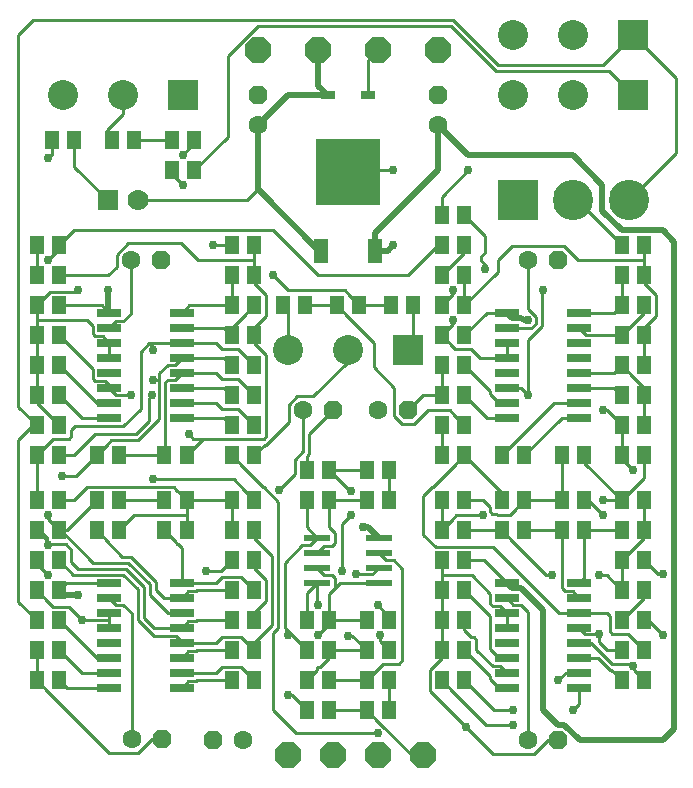
<source format=gbr>
G04 EAGLE Gerber RS-274X export*
G75*
%MOMM*%
%FSLAX34Y34*%
%LPD*%
%INTop Copper*%
%IPPOS*%
%AMOC8*
5,1,8,0,0,1.08239X$1,22.5*%
G01*
%ADD10P,2.336880X8X22.500000*%
%ADD11R,1.300000X1.500000*%
%ADD12P,1.732040X8X22.500000*%
%ADD13C,1.600200*%
%ADD14P,1.732040X8X112.500000*%
%ADD15P,1.732040X8X202.500000*%
%ADD16R,1.200000X0.750000*%
%ADD17R,2.540000X2.540000*%
%ADD18C,2.540000*%
%ADD19R,2.032000X0.660400*%
%ADD20R,2.200000X0.600000*%
%ADD21R,1.300000X2.150000*%
%ADD22R,5.500000X5.700000*%
%ADD23R,3.416000X3.416000*%
%ADD24C,3.416000*%
%ADD25C,1.778000*%
%ADD26R,1.778000X1.778000*%
%ADD27C,0.254000*%
%ADD28C,0.756400*%
%ADD29C,0.508000*%


D10*
X266700Y622300D03*
D11*
X308000Y266700D03*
X327000Y266700D03*
X212700Y114300D03*
X193700Y114300D03*
X193700Y190500D03*
X212700Y190500D03*
X28600Y457200D03*
X47600Y457200D03*
X212700Y457200D03*
X193700Y457200D03*
X47600Y406400D03*
X28600Y406400D03*
X47600Y330200D03*
X28600Y330200D03*
X47600Y355600D03*
X28600Y355600D03*
D12*
X133350Y444500D03*
D13*
X107950Y444500D03*
D11*
X193700Y406400D03*
X212700Y406400D03*
X212700Y304800D03*
X193700Y304800D03*
X98400Y241300D03*
X79400Y241300D03*
X212700Y330200D03*
X193700Y330200D03*
X390500Y457200D03*
X371500Y457200D03*
X542900Y457200D03*
X523900Y457200D03*
X390500Y381000D03*
X371500Y381000D03*
D12*
X469900Y444500D03*
D13*
X444500Y444500D03*
D11*
X390500Y355600D03*
X371500Y355600D03*
X390500Y330200D03*
X371500Y330200D03*
X523900Y406400D03*
X542900Y406400D03*
X422300Y279400D03*
X441300Y279400D03*
X542900Y330200D03*
X523900Y330200D03*
X193700Y241300D03*
X212700Y241300D03*
X390500Y215900D03*
X371500Y215900D03*
X390500Y190500D03*
X371500Y190500D03*
D12*
X469900Y38100D03*
D13*
X444500Y38100D03*
D11*
X390500Y139700D03*
X371500Y139700D03*
X390500Y114300D03*
X371500Y114300D03*
X492100Y215900D03*
X473100Y215900D03*
X390500Y88900D03*
X371500Y88900D03*
X542900Y88900D03*
X523900Y88900D03*
X542900Y114300D03*
X523900Y114300D03*
X390500Y241300D03*
X371500Y241300D03*
X47600Y165100D03*
X28600Y165100D03*
X371500Y304800D03*
X390500Y304800D03*
X92100Y546100D03*
X111100Y546100D03*
X212700Y279400D03*
X193700Y279400D03*
X308000Y88900D03*
X327000Y88900D03*
D14*
X215900Y584200D03*
D13*
X215900Y558800D03*
D15*
X177800Y38100D03*
D13*
X203200Y38100D03*
D12*
X279400Y317500D03*
D13*
X254000Y317500D03*
D11*
X47600Y88900D03*
X28600Y88900D03*
D12*
X342900Y317500D03*
D13*
X317500Y317500D03*
D11*
X47600Y114300D03*
X28600Y114300D03*
D12*
X134620Y39370D03*
D13*
X109220Y39370D03*
D11*
X212700Y165100D03*
X193700Y165100D03*
X212700Y88900D03*
X193700Y88900D03*
D16*
X275100Y584200D03*
X309100Y584200D03*
D17*
X152400Y584200D03*
D18*
X101600Y584200D03*
X50800Y584200D03*
D10*
X317500Y622300D03*
X241300Y25400D03*
X215900Y622300D03*
X368300Y622300D03*
D19*
X89916Y171450D03*
X89916Y158750D03*
X89916Y146050D03*
X89916Y133350D03*
X89916Y120650D03*
X89916Y107950D03*
X89916Y95250D03*
X89916Y82550D03*
X151384Y82550D03*
X151384Y95250D03*
X151384Y107950D03*
X151384Y120650D03*
X151384Y133350D03*
X151384Y146050D03*
X151384Y158750D03*
X151384Y171450D03*
X89916Y400050D03*
X89916Y387350D03*
X89916Y374650D03*
X89916Y361950D03*
X89916Y349250D03*
X89916Y336550D03*
X89916Y323850D03*
X89916Y311150D03*
X151384Y311150D03*
X151384Y323850D03*
X151384Y336550D03*
X151384Y349250D03*
X151384Y361950D03*
X151384Y374650D03*
X151384Y387350D03*
X151384Y400050D03*
X426466Y400050D03*
X426466Y387350D03*
X426466Y374650D03*
X426466Y361950D03*
X426466Y349250D03*
X426466Y336550D03*
X426466Y323850D03*
X426466Y311150D03*
X487934Y311150D03*
X487934Y323850D03*
X487934Y336550D03*
X487934Y349250D03*
X487934Y361950D03*
X487934Y374650D03*
X487934Y387350D03*
X487934Y400050D03*
X426466Y171450D03*
X426466Y158750D03*
X426466Y146050D03*
X426466Y133350D03*
X426466Y120650D03*
X426466Y107950D03*
X426466Y95250D03*
X426466Y82550D03*
X487934Y82550D03*
X487934Y95250D03*
X487934Y107950D03*
X487934Y120650D03*
X487934Y133350D03*
X487934Y146050D03*
X487934Y158750D03*
X487934Y171450D03*
D20*
X266100Y196850D03*
X318100Y196850D03*
X266100Y209550D03*
X266100Y184150D03*
X266100Y171450D03*
X318100Y209550D03*
X318100Y184150D03*
X318100Y171450D03*
D21*
X269250Y452800D03*
D22*
X292100Y519450D03*
D21*
X314950Y452800D03*
D10*
X317500Y25400D03*
D17*
X342900Y368300D03*
D18*
X292100Y368300D03*
X241300Y368300D03*
D23*
X435610Y495300D03*
D24*
X482600Y495300D03*
X529590Y495300D03*
D10*
X355600Y25400D03*
D11*
X257200Y266700D03*
X276200Y266700D03*
X28600Y139700D03*
X47600Y139700D03*
X47600Y304800D03*
X28600Y304800D03*
X28600Y215900D03*
X47600Y215900D03*
X212700Y215900D03*
X193700Y215900D03*
X28600Y190500D03*
X47600Y190500D03*
X28600Y431800D03*
X47600Y431800D03*
X212700Y431800D03*
X193700Y431800D03*
X212700Y381000D03*
X193700Y381000D03*
X28600Y381000D03*
X47600Y381000D03*
X28600Y279400D03*
X47600Y279400D03*
X327000Y241300D03*
X308000Y241300D03*
X193700Y355600D03*
X212700Y355600D03*
X136550Y279400D03*
X155550Y279400D03*
X98400Y279400D03*
X79400Y279400D03*
X371500Y431800D03*
X390500Y431800D03*
X371500Y406400D03*
X390500Y406400D03*
X542900Y431800D03*
X523900Y431800D03*
X542900Y381000D03*
X523900Y381000D03*
X371500Y482600D03*
X390500Y482600D03*
X523900Y355600D03*
X542900Y355600D03*
X523900Y304800D03*
X542900Y304800D03*
X276200Y241300D03*
X257200Y241300D03*
X542900Y165100D03*
X523900Y165100D03*
X542900Y190500D03*
X523900Y190500D03*
X542900Y215900D03*
X523900Y215900D03*
X422300Y215900D03*
X441300Y215900D03*
X371500Y165100D03*
X390500Y165100D03*
X441300Y241300D03*
X422300Y241300D03*
X473100Y241300D03*
X492100Y241300D03*
X523900Y279400D03*
X542900Y279400D03*
X473100Y279400D03*
X492100Y279400D03*
X542900Y241300D03*
X523900Y241300D03*
X193700Y139700D03*
X212700Y139700D03*
X371500Y279400D03*
X390500Y279400D03*
X282600Y406400D03*
X301600Y406400D03*
X161900Y546100D03*
X142900Y546100D03*
X236880Y406400D03*
X255880Y406400D03*
X327000Y114300D03*
X308000Y114300D03*
X276200Y114300D03*
X257200Y114300D03*
X276200Y88900D03*
X257200Y88900D03*
X308000Y63500D03*
X327000Y63500D03*
X276200Y63500D03*
X257200Y63500D03*
X136550Y241300D03*
X155550Y241300D03*
X327000Y139700D03*
X308000Y139700D03*
X276200Y139700D03*
X257200Y139700D03*
X98400Y215900D03*
X79400Y215900D03*
X142900Y520700D03*
X161900Y520700D03*
X328320Y406400D03*
X347320Y406400D03*
X28600Y241300D03*
X47600Y241300D03*
X155550Y215900D03*
X136550Y215900D03*
D17*
X533400Y584200D03*
D18*
X482600Y584200D03*
X431800Y584200D03*
D17*
X533400Y635000D03*
D18*
X482600Y635000D03*
X431800Y635000D03*
D25*
X114300Y495300D03*
D26*
X88900Y495300D03*
D11*
X60300Y546100D03*
X41300Y546100D03*
D10*
X279400Y25400D03*
D14*
X368300Y584200D03*
D13*
X368300Y558800D03*
D11*
X542900Y139700D03*
X523900Y139700D03*
D27*
X318100Y171450D02*
X285488Y171450D01*
X276200Y139700D02*
X308000Y139700D01*
X280910Y166872D02*
X280910Y176028D01*
X278678Y178260D01*
X271990Y178260D01*
X266100Y184150D01*
X276200Y162162D02*
X276200Y139700D01*
X276200Y162162D02*
X280910Y166872D01*
X285488Y171450D01*
X276200Y139700D02*
X276200Y136500D01*
X266700Y127000D01*
D28*
X266700Y127000D03*
D27*
X327000Y241300D02*
X327000Y266700D01*
X308000Y241300D02*
X276200Y241300D01*
X280910Y214128D02*
X280910Y204972D01*
X278678Y202740D01*
X271990Y202740D01*
X266100Y196850D01*
X276200Y218838D02*
X276200Y241300D01*
X276200Y218838D02*
X280910Y214128D01*
X257200Y218450D02*
X257200Y241300D01*
X257200Y218450D02*
X266100Y209550D01*
X260210Y203660D01*
X253522Y203660D01*
X238590Y188728D01*
X238590Y132910D01*
X257200Y114300D01*
X184810Y181610D02*
X193700Y190500D01*
X184810Y181610D02*
X171450Y181610D01*
D28*
X171450Y181610D03*
X241300Y127000D03*
D27*
X244500Y127000D01*
X257200Y114300D01*
X276200Y266700D02*
X308000Y266700D01*
X293980Y248920D02*
X276200Y266700D01*
X293980Y248920D02*
X294640Y248920D01*
D28*
X294640Y248920D03*
X294640Y228600D03*
D27*
X287020Y220980D01*
X287020Y181610D01*
D28*
X287020Y181610D03*
D27*
X266100Y171450D02*
X266100Y153000D01*
X266700Y152400D01*
D28*
X266700Y152400D03*
D27*
X89916Y146050D02*
X89916Y139700D01*
X89916Y133350D01*
X28600Y114300D02*
X28600Y88900D01*
X28600Y393700D02*
X28600Y406400D01*
X28600Y393700D02*
X28600Y381000D01*
X28600Y355600D01*
X28600Y330200D01*
X89916Y361950D02*
X89916Y374650D01*
X28600Y330200D02*
X28600Y323800D01*
X38910Y313490D02*
X47600Y304800D01*
X38910Y313490D02*
X38910Y313878D01*
X36678Y316110D01*
X36290Y316110D01*
X28600Y323800D01*
X426466Y146050D02*
X426466Y133350D01*
X371500Y177800D02*
X371500Y190500D01*
X371500Y177800D02*
X371500Y165100D01*
X371500Y139700D01*
X371500Y114300D01*
X371500Y215900D02*
X371500Y241300D01*
X371500Y330200D02*
X371500Y355600D01*
X426466Y361950D02*
X426466Y374650D01*
D28*
X381000Y393700D03*
D27*
X380190Y389690D02*
X371500Y381000D01*
X380190Y389690D02*
X380190Y390078D01*
X381000Y390888D01*
X381000Y393700D01*
X309100Y584200D02*
X309100Y613900D01*
X317500Y622300D01*
X142900Y523900D02*
X142900Y520700D01*
X292100Y519450D02*
X293350Y520700D01*
X330200Y520700D01*
D28*
X330200Y520700D03*
D27*
X244500Y76200D02*
X257200Y63500D01*
X244500Y76200D02*
X241300Y76200D01*
D28*
X241300Y76200D03*
D27*
X257200Y266700D02*
X257200Y278904D01*
X259080Y280784D01*
X259080Y297180D01*
X279400Y317500D01*
D28*
X127000Y259186D03*
D27*
X204010Y249990D02*
X212700Y241300D01*
X204010Y249990D02*
X204010Y250378D01*
X195202Y259186D01*
X127000Y259186D01*
X380190Y371922D02*
X382422Y369690D01*
X380190Y371922D02*
X380190Y372310D01*
X371500Y381000D01*
X403538Y361950D02*
X426466Y361950D01*
X403538Y361950D02*
X395798Y369690D01*
X382422Y369690D01*
X347320Y372720D02*
X347320Y406400D01*
X347320Y372720D02*
X342900Y368300D01*
D28*
X63500Y419100D03*
D27*
X39522Y417710D02*
X37290Y415478D01*
X37290Y415090D02*
X28600Y406400D01*
X37290Y415090D02*
X37290Y415478D01*
X62110Y417710D02*
X63500Y419100D01*
X62110Y417710D02*
X39522Y417710D01*
X28600Y393700D02*
X70866Y393700D01*
X84328Y380238D02*
X89916Y374650D01*
X84328Y380238D02*
X78178Y380238D01*
X75946Y382470D01*
X75946Y388620D01*
X70866Y393700D01*
X177800Y457200D02*
X193700Y457200D01*
D28*
X177800Y457200D03*
D27*
X380190Y224590D02*
X371500Y215900D01*
X380190Y224590D02*
X380190Y224978D01*
X383812Y228600D01*
X393700Y228600D01*
X393744Y228556D01*
X406356Y228556D01*
D28*
X406356Y228556D03*
D27*
X420878Y151638D02*
X426466Y146050D01*
X257200Y139700D02*
X257200Y162550D01*
X266100Y171450D01*
X37290Y156410D02*
X28600Y165100D01*
X37290Y156410D02*
X37290Y156022D01*
X66988Y139700D02*
X89916Y139700D01*
X66988Y139700D02*
X55678Y151010D01*
X42302Y151010D02*
X37290Y156022D01*
X42302Y151010D02*
X55678Y151010D01*
D28*
X66988Y139700D03*
D27*
X28600Y88900D02*
X37290Y80210D01*
X37290Y79822D01*
X125923Y39370D02*
X134620Y39370D01*
X125923Y39370D02*
X114112Y27559D01*
X89553Y27559D02*
X37290Y79822D01*
X89553Y27559D02*
X114112Y27559D01*
X142900Y517500D02*
X142900Y520700D01*
X142900Y517500D02*
X152400Y508000D01*
D28*
X152400Y508000D03*
D27*
X485800Y495300D02*
X523900Y457200D01*
X485800Y495300D02*
X482600Y495300D01*
X355600Y330200D02*
X342900Y317500D01*
X355600Y330200D02*
X371500Y330200D01*
X412496Y153870D02*
X414728Y151638D01*
X420878Y151638D01*
X412496Y162492D02*
X397188Y177800D01*
X412496Y162492D02*
X412496Y153870D01*
X397188Y177800D02*
X371500Y177800D01*
X361190Y97978D02*
X361190Y79822D01*
X461203Y38100D02*
X469900Y38100D01*
X461203Y38100D02*
X449392Y26289D01*
X391956Y49056D02*
X361190Y79822D01*
X391956Y49056D02*
X414723Y26289D01*
X449392Y26289D01*
X371500Y108288D02*
X371500Y114300D01*
X371500Y108288D02*
X361190Y97978D01*
D28*
X391956Y49056D03*
D27*
X53950Y171450D02*
X47600Y165100D01*
X53950Y171450D02*
X89916Y171450D01*
X89916Y400050D02*
X83566Y406400D01*
X47600Y406400D01*
D29*
X325800Y452800D02*
X330200Y457200D01*
X325800Y452800D02*
X314950Y452800D01*
D28*
X330200Y457200D03*
X444500Y393700D03*
D29*
X440762Y393700D01*
X438730Y395732D01*
X430784Y395732D01*
X426466Y400050D01*
D27*
X409550Y400050D02*
X390500Y381000D01*
X409550Y400050D02*
X426466Y400050D01*
D28*
X88900Y419100D03*
D29*
X88900Y401066D01*
X89916Y400050D01*
D28*
X63500Y161290D03*
D29*
X51410Y161290D01*
X47600Y165100D01*
X368300Y520700D02*
X368300Y558800D01*
X368300Y520700D02*
X314950Y467350D01*
X314950Y452800D01*
X426466Y171450D02*
X430784Y167132D01*
X438730Y167132D01*
X457200Y148662D01*
X457200Y63500D01*
X469519Y51181D01*
X475318Y51181D01*
X488399Y38100D02*
X558800Y38100D01*
X488399Y38100D02*
X475318Y51181D01*
X558800Y38100D02*
X568200Y47500D01*
X568200Y460500D01*
X393700Y533400D02*
X368300Y558800D01*
X393700Y533400D02*
X482600Y533400D01*
X507430Y508570D01*
X507430Y486121D01*
X523651Y469900D01*
X558800Y469900D01*
X568200Y460500D01*
D27*
X407416Y190500D02*
X426466Y171450D01*
X407416Y190500D02*
X390500Y190500D01*
X95504Y153162D02*
X89916Y158750D01*
X95504Y153162D02*
X101654Y153162D01*
X109220Y145596D01*
X109220Y39370D01*
X53950Y82550D02*
X47600Y88900D01*
X53950Y82550D02*
X89916Y82550D01*
X66650Y95250D02*
X47600Y114300D01*
X66650Y95250D02*
X89916Y95250D01*
X89916Y336550D02*
X89916Y338684D01*
X75946Y352654D02*
X47600Y381000D01*
X75946Y352654D02*
X75946Y344370D01*
X78178Y342138D01*
X86462Y342138D01*
X89916Y338684D01*
D28*
X107950Y330200D03*
D27*
X102416Y330200D01*
X101654Y330962D01*
X95504Y330962D01*
X89916Y336550D01*
X163884Y88900D02*
X193700Y88900D01*
X163884Y88900D02*
X163122Y88138D01*
X156972Y88138D01*
X151384Y82550D01*
X201778Y100210D02*
X204010Y97978D01*
X201778Y100210D02*
X185622Y100210D01*
X204010Y97590D02*
X212700Y88900D01*
X204010Y97590D02*
X204010Y97978D01*
X185622Y100210D02*
X180662Y95250D01*
X151384Y95250D01*
X163884Y114300D02*
X193700Y114300D01*
X163884Y114300D02*
X163122Y113538D01*
X156972Y113538D01*
X151384Y107950D01*
X201778Y125610D02*
X204010Y123378D01*
X201778Y125610D02*
X185622Y125610D01*
X204010Y122990D02*
X212700Y114300D01*
X204010Y122990D02*
X204010Y123378D01*
X185622Y125610D02*
X180662Y120650D01*
X152400Y120650D01*
X151384Y120650D01*
X59538Y178562D02*
X47600Y190500D01*
X59538Y178562D02*
X101654Y178562D01*
X114300Y165916D01*
X114300Y139700D01*
X146812Y126238D02*
X152400Y120650D01*
X127762Y126238D02*
X114300Y139700D01*
X127762Y126238D02*
X146812Y126238D01*
X212700Y209888D02*
X212700Y215900D01*
X212700Y120312D02*
X212700Y114300D01*
X228090Y194498D02*
X212700Y209888D01*
X228090Y194498D02*
X228090Y135702D01*
X212700Y120312D01*
D29*
X267900Y452800D02*
X215900Y504800D01*
X267900Y452800D02*
X269250Y452800D01*
X309210Y218440D02*
X318100Y209550D01*
X309210Y218440D02*
X304800Y218440D01*
D28*
X304800Y218440D03*
D29*
X215900Y558800D02*
X241300Y584200D01*
X275100Y584200D01*
D27*
X327000Y142900D02*
X327000Y139700D01*
X327000Y142900D02*
X317500Y152400D01*
D28*
X317500Y152400D03*
D29*
X266700Y592600D02*
X266700Y622300D01*
X266700Y592600D02*
X275100Y584200D01*
X215900Y558800D02*
X215900Y504800D01*
D27*
X206400Y495300D02*
X114300Y495300D01*
X206400Y495300D02*
X215900Y504800D01*
X136550Y241300D02*
X98400Y241300D01*
X155550Y228600D02*
X155550Y215900D01*
X155550Y228600D02*
X155550Y241300D01*
X155550Y228600D02*
X111100Y228600D01*
X193700Y215900D02*
X193700Y241300D01*
X155550Y241300D01*
X111100Y228600D02*
X98400Y215900D01*
X144628Y252610D02*
X146860Y250378D01*
X60012Y241300D02*
X47600Y241300D01*
X146860Y249990D02*
X146860Y250378D01*
X146860Y249990D02*
X155550Y241300D01*
X71322Y252610D02*
X60012Y241300D01*
X71322Y252610D02*
X144628Y252610D01*
X163884Y165100D02*
X193700Y165100D01*
X163884Y165100D02*
X163122Y164338D01*
X156972Y164338D01*
X151384Y158750D01*
X136550Y158750D01*
X88090Y206822D02*
X88090Y207210D01*
X129540Y165760D02*
X136550Y158750D01*
X129540Y172229D02*
X107967Y193802D01*
X129540Y172229D02*
X129540Y165760D01*
X101110Y193802D02*
X88090Y206822D01*
X101110Y193802D02*
X107967Y193802D01*
X88090Y207210D02*
X79400Y215900D01*
X201778Y176410D02*
X204010Y174178D01*
X201778Y176410D02*
X185622Y176410D01*
X204010Y173790D02*
X212700Y165100D01*
X204010Y173790D02*
X204010Y174178D01*
X185622Y176410D02*
X180662Y171450D01*
X151384Y171450D01*
X151384Y201066D01*
X145240Y207210D02*
X136550Y215900D01*
X145240Y207210D02*
X145240Y206822D01*
X147472Y204590D01*
X147860Y204590D01*
X151384Y201066D01*
X212700Y355600D02*
X204010Y364290D01*
X204010Y364678D01*
X180662Y374650D02*
X151384Y374650D01*
X180662Y374650D02*
X185622Y369690D01*
X198998Y369690D02*
X204010Y364678D01*
X198998Y369690D02*
X185622Y369690D01*
X151384Y374650D02*
X123850Y374650D01*
X37290Y288090D02*
X28600Y279400D01*
X37290Y288090D02*
X37290Y288478D01*
X116586Y367386D02*
X123850Y374650D01*
X116586Y367386D02*
X116586Y318970D01*
X42302Y293490D02*
X37290Y288478D01*
X28600Y279400D02*
X28600Y241300D01*
X101654Y304038D02*
X116586Y318970D01*
X61348Y304038D02*
X57910Y300600D01*
X57910Y295722D01*
X55678Y293490D01*
X42302Y293490D01*
X61348Y304038D02*
X101654Y304038D01*
D28*
X381000Y419100D03*
X127000Y368300D03*
D27*
X127000Y371500D01*
X123850Y374650D01*
D28*
X558800Y179070D03*
D27*
X371500Y406400D02*
X380190Y415090D01*
X380190Y415478D01*
X381000Y416288D01*
X381000Y419100D01*
X554330Y179070D02*
X558800Y179070D01*
X554330Y179070D02*
X542900Y190500D01*
X193700Y355600D02*
X187350Y361950D01*
X151384Y361950D01*
X145796Y356362D02*
X139646Y356362D01*
X145796Y356362D02*
X151384Y361950D01*
X139646Y356362D02*
X132334Y349050D01*
X28600Y190500D02*
X28600Y187300D01*
X38100Y177800D01*
D28*
X38100Y177800D03*
D27*
X79400Y279400D02*
X88090Y288090D01*
X88090Y288478D01*
X91712Y292100D01*
X114300Y292100D01*
X132334Y310134D01*
X132334Y342900D01*
X132334Y349050D01*
X79400Y279400D02*
X61620Y261620D01*
X49530Y261620D01*
D28*
X49530Y261620D03*
D27*
X523900Y279400D02*
X523900Y304800D01*
X511200Y317500D01*
X508000Y317500D01*
D28*
X508000Y317500D03*
X127000Y342900D03*
D27*
X132334Y342900D01*
X523900Y279400D02*
X523900Y276200D01*
X533400Y266700D01*
D28*
X533400Y266700D03*
X558800Y127000D03*
D27*
X546100Y139700D01*
X542900Y139700D01*
X28600Y431800D02*
X28600Y457200D01*
X193700Y431800D02*
X193700Y406400D01*
X157734Y406400D01*
X151384Y400050D01*
X193700Y387400D02*
X193700Y381000D01*
X204010Y397710D02*
X212700Y406400D01*
X204010Y397710D02*
X204010Y397322D01*
X201778Y395090D01*
X201390Y395090D01*
X193700Y387400D01*
X187350Y387350D02*
X193700Y381000D01*
X187350Y387350D02*
X151384Y387350D01*
X95504Y392938D02*
X89916Y387350D01*
X95504Y392938D02*
X101654Y392938D01*
X107950Y399234D01*
X107950Y444500D01*
X47600Y355600D02*
X79350Y323850D01*
X89916Y323850D01*
X66650Y311150D02*
X47600Y330200D01*
X66650Y311150D02*
X89916Y311150D01*
X204010Y313490D02*
X212700Y304800D01*
X204010Y313490D02*
X204010Y313878D01*
X180662Y323850D02*
X151384Y323850D01*
X180662Y323850D02*
X185622Y318890D01*
X198998Y318890D02*
X204010Y313878D01*
X198998Y318890D02*
X185622Y318890D01*
X187350Y311150D02*
X193700Y304800D01*
X187350Y311150D02*
X151384Y311150D01*
X187350Y336550D02*
X193700Y330200D01*
X187350Y336550D02*
X151384Y336550D01*
X204010Y338890D02*
X212700Y330200D01*
X204010Y338890D02*
X204010Y339278D01*
X180662Y349250D02*
X151384Y349250D01*
X180662Y349250D02*
X185622Y344290D01*
X198998Y344290D02*
X204010Y339278D01*
X198998Y344290D02*
X185622Y344290D01*
X136550Y279400D02*
X98400Y279400D01*
X137414Y341430D02*
X139646Y343662D01*
X145796Y343662D01*
X151384Y349250D01*
X137414Y341430D02*
X137414Y280264D01*
X136550Y279400D01*
X390500Y450800D02*
X390500Y457200D01*
X380190Y440490D02*
X371500Y431800D01*
X380190Y440490D02*
X380190Y440878D01*
X382422Y443110D01*
X382810Y443110D01*
X390500Y450800D01*
X542900Y444500D02*
X542900Y431800D01*
X553210Y415478D02*
X553210Y397322D01*
X542900Y425788D02*
X542900Y431800D01*
X542900Y425788D02*
X553210Y415478D01*
X542900Y387012D02*
X542900Y381000D01*
X542900Y387012D02*
X553210Y397322D01*
X542900Y381000D02*
X542900Y355600D01*
X542900Y444500D02*
X486603Y444500D01*
X474792Y456311D01*
X542900Y457200D02*
X542900Y444500D01*
X419100Y435000D02*
X390500Y406400D01*
X419100Y435000D02*
X419100Y444500D01*
X430911Y456311D01*
X474792Y456311D01*
X390500Y431800D02*
X390500Y406400D01*
X523900Y406400D02*
X523900Y431800D01*
X523900Y406400D02*
X517550Y400050D01*
X487934Y400050D01*
X542900Y400000D02*
X542900Y406400D01*
X542900Y400000D02*
X535210Y392310D01*
X534822Y392310D01*
X532590Y390078D01*
X532590Y389690D01*
X523900Y381000D01*
X500434Y381000D01*
X499672Y381762D01*
X493522Y381762D01*
X487934Y387350D01*
X409550Y311150D02*
X390500Y330200D01*
X409550Y311150D02*
X426466Y311150D01*
X412496Y333604D02*
X390500Y355600D01*
X412496Y333604D02*
X412496Y331670D01*
X420316Y323850D01*
X426466Y323850D01*
D28*
X444500Y330200D03*
D27*
X438150Y336550D01*
X426466Y336550D01*
D28*
X457200Y419100D03*
D27*
X444500Y377216D02*
X444500Y330200D01*
X444500Y377216D02*
X456156Y388872D01*
X456156Y418056D02*
X457200Y419100D01*
X456156Y418056D02*
X456156Y388872D01*
D28*
X407670Y436880D03*
D27*
X407670Y465430D02*
X390500Y482600D01*
X407670Y441142D02*
X407670Y436880D01*
X407670Y441142D02*
X405026Y443786D01*
X405026Y447994D01*
X407670Y450639D01*
X407670Y465430D01*
X441550Y387350D02*
X441776Y387124D01*
X447224Y387124D01*
X451076Y390976D01*
X451076Y396424D01*
X441550Y387350D02*
X426466Y387350D01*
X444500Y403000D02*
X451076Y396424D01*
X444500Y403000D02*
X444500Y444500D01*
X430990Y288090D02*
X422300Y279400D01*
X430990Y288090D02*
X430990Y288478D01*
X466362Y323850D01*
X487934Y323850D01*
X473050Y311150D02*
X441300Y279400D01*
X473050Y311150D02*
X487934Y311150D01*
X517550Y336550D02*
X523900Y330200D01*
X517550Y336550D02*
X487934Y336550D01*
X517550Y349250D02*
X523900Y355600D01*
X517550Y349250D02*
X487934Y349250D01*
X542900Y336600D02*
X542900Y330200D01*
X532590Y346910D02*
X523900Y355600D01*
X532590Y346910D02*
X532590Y346522D01*
X534822Y344290D01*
X535210Y344290D01*
X542900Y336600D01*
X542900Y330200D02*
X542900Y304800D01*
X422300Y215900D02*
X390500Y215900D01*
X542900Y215900D02*
X542900Y241300D01*
X522300Y166700D02*
X523900Y165100D01*
X522300Y166700D02*
X511200Y177800D01*
X504190Y177800D01*
D28*
X504190Y177800D03*
X464820Y177800D03*
D27*
X430990Y207210D02*
X422300Y215900D01*
X430990Y207210D02*
X430990Y206822D01*
X460012Y177800D01*
X464820Y177800D01*
X542900Y209500D02*
X542900Y215900D01*
X542900Y209500D02*
X535210Y201810D01*
X534822Y201810D01*
X532590Y199578D01*
X532590Y199190D01*
X523900Y190500D01*
X523900Y168300D01*
X522300Y166700D01*
X482346Y164338D02*
X476196Y164338D01*
X482346Y164338D02*
X487934Y158750D01*
X473100Y167434D02*
X473100Y215900D01*
X473100Y167434D02*
X476196Y164338D01*
X473100Y215900D02*
X441300Y215900D01*
X412496Y92304D02*
X412496Y90370D01*
X412496Y92304D02*
X390500Y114300D01*
X420316Y82550D02*
X426466Y82550D01*
X420316Y82550D02*
X412496Y90370D01*
X390500Y131216D02*
X390500Y139700D01*
X420878Y100838D02*
X426466Y95250D01*
X420878Y100838D02*
X414728Y100838D01*
X400810Y123378D02*
X398578Y125610D01*
X396106Y125610D01*
X390500Y131216D01*
X400810Y114756D02*
X414728Y100838D01*
X400810Y114756D02*
X400810Y123378D01*
X412496Y143104D02*
X390500Y165100D01*
X412496Y143104D02*
X412496Y115770D01*
X420316Y107950D01*
X426466Y107950D01*
X432054Y153162D02*
X426466Y158750D01*
X432054Y153162D02*
X438204Y153162D01*
X444500Y146866D01*
X444500Y38100D01*
D28*
X431800Y50800D03*
D27*
X380190Y80210D02*
X371500Y88900D01*
X380190Y80210D02*
X380190Y79822D01*
X409212Y50800D01*
X431800Y50800D01*
D28*
X482600Y63500D03*
D27*
X487934Y68834D01*
X487934Y82550D01*
X415900Y63500D02*
X390500Y88900D01*
X415900Y63500D02*
X431800Y63500D01*
D28*
X431800Y63500D03*
X469900Y88900D03*
D27*
X476250Y95250D01*
X487934Y95250D01*
X514890Y97910D02*
X523900Y88900D01*
X514890Y97910D02*
X513718Y97910D01*
X503678Y107950D02*
X487934Y107950D01*
X503678Y107950D02*
X513718Y97910D01*
X542900Y260300D02*
X542900Y279400D01*
X532590Y249990D02*
X523900Y241300D01*
X532590Y249990D02*
X532590Y250378D01*
X534822Y252610D01*
X535210Y252610D01*
X542900Y260300D01*
X523900Y241300D02*
X492100Y273100D01*
X492100Y279400D01*
D28*
X533052Y101252D03*
X508000Y241300D03*
D27*
X523900Y241300D01*
X534210Y97590D02*
X542900Y88900D01*
X534210Y97590D02*
X534210Y97978D01*
X533052Y99136D01*
X533052Y101252D01*
X531314Y102990D01*
X515822Y102990D01*
X498162Y120650D02*
X487934Y120650D01*
X498162Y120650D02*
X515822Y102990D01*
X432610Y232222D02*
X432610Y232610D01*
X441300Y241300D01*
X432610Y232222D02*
X428988Y228600D01*
X419100Y228600D01*
X473100Y241300D02*
X473100Y279400D01*
X473100Y241300D02*
X441300Y241300D01*
X419100Y228600D02*
X417710Y229990D01*
X414222Y229990D01*
X411990Y232222D01*
X411990Y235710D01*
X406400Y241300D01*
X390500Y241300D01*
X493014Y128270D02*
X504190Y128270D01*
X493014Y128270D02*
X487934Y133350D01*
D28*
X504190Y128270D03*
X508000Y228600D03*
D27*
X495300Y241300D01*
X492100Y241300D01*
X511696Y114300D02*
X523900Y114300D01*
X504190Y121806D02*
X504190Y128270D01*
X504190Y121806D02*
X511696Y114300D01*
X422300Y247600D02*
X390500Y279400D01*
X422300Y247600D02*
X422300Y241300D01*
X390500Y279400D02*
X381810Y270710D01*
X381810Y270322D01*
X364098Y252610D01*
X363422Y252610D01*
X355600Y244788D01*
X470716Y146050D02*
X487934Y146050D01*
X414956Y201810D02*
X366202Y201810D01*
X414956Y201810D02*
X470716Y146050D01*
X366202Y201810D02*
X355600Y212412D01*
X355600Y244788D01*
X487934Y146050D02*
X511150Y146050D01*
X534210Y122990D02*
X542900Y114300D01*
X534210Y122990D02*
X534210Y123378D01*
X515822Y128390D02*
X513590Y130622D01*
X513590Y143610D01*
X511150Y146050D01*
X529198Y128390D02*
X534210Y123378D01*
X529198Y128390D02*
X515822Y128390D01*
X371500Y279400D02*
X371500Y304800D01*
X282600Y406400D02*
X255880Y406400D01*
X291290Y397710D02*
X291290Y397322D01*
X291290Y397710D02*
X282600Y406400D01*
X313690Y374922D02*
X313690Y354022D01*
X313690Y374922D02*
X291290Y397322D01*
X313690Y354022D02*
X331089Y336623D01*
X331089Y312608D01*
X381810Y313490D02*
X390500Y304800D01*
X381810Y313490D02*
X381810Y313878D01*
X378188Y317500D01*
X347792Y305689D02*
X338008Y305689D01*
X331089Y312608D01*
X347792Y305689D02*
X359603Y317500D01*
X378188Y317500D01*
X92100Y546100D02*
X88090Y550110D01*
X88090Y555178D01*
X101600Y568688D01*
X101600Y584200D01*
X111100Y546100D02*
X142900Y546100D01*
X163884Y139700D02*
X193700Y139700D01*
X163884Y139700D02*
X163122Y138938D01*
X156972Y138938D01*
X151384Y133350D01*
X103758Y183642D02*
X63500Y183642D01*
X119380Y141804D02*
X127834Y133350D01*
X151384Y133350D01*
X119380Y168020D02*
X103758Y183642D01*
X119380Y168020D02*
X119380Y141804D01*
X31242Y215900D02*
X28600Y215900D01*
X57910Y189232D02*
X63500Y183642D01*
X57910Y189232D02*
X57910Y199578D01*
X39522Y204590D02*
X38464Y205648D01*
X37290Y207210D02*
X37290Y209852D01*
X31242Y215900D01*
X52898Y204590D02*
X57910Y199578D01*
X52898Y204590D02*
X39522Y204590D01*
D28*
X152400Y533400D03*
X38464Y203532D03*
D27*
X37290Y207210D02*
X28600Y215900D01*
X37290Y207210D02*
X37290Y206822D01*
X38464Y205648D01*
X38464Y203532D01*
X161900Y543560D02*
X161900Y546100D01*
X161900Y543560D02*
X152400Y534060D01*
X152400Y533400D01*
X276200Y114300D02*
X276200Y107900D01*
X265890Y97590D02*
X257200Y88900D01*
X265890Y97590D02*
X265890Y100210D01*
X268510Y100210D01*
X276200Y107900D01*
X276200Y114300D02*
X308000Y114300D01*
X295406Y126894D01*
X292326Y126894D01*
D28*
X292326Y126894D03*
X298793Y178727D03*
D27*
X312677Y178727D01*
X318100Y184150D01*
X292100Y358800D02*
X292100Y368300D01*
X221710Y288410D02*
X212700Y279400D01*
X221710Y288410D02*
X222882Y288410D01*
X242189Y322392D02*
X249108Y329311D01*
X262611Y329311D02*
X292100Y358800D01*
X262611Y329311D02*
X249108Y329311D01*
X242189Y307717D02*
X222882Y288410D01*
X242189Y307717D02*
X242189Y322392D01*
X193700Y279400D02*
X202390Y270710D01*
X202390Y270322D01*
X228600Y129028D02*
X228600Y63500D01*
X228600Y129028D02*
X233170Y133598D01*
X220102Y252610D02*
X202390Y270322D01*
X220102Y252610D02*
X220778Y252610D01*
X233170Y240218D01*
X233170Y133598D01*
X228600Y63500D02*
X247650Y44450D01*
D28*
X317500Y44450D03*
X318770Y127000D03*
D27*
X318770Y122530D01*
X327000Y114300D01*
X317500Y44450D02*
X247650Y44450D01*
X276200Y88900D02*
X308000Y88900D01*
X316690Y97590D01*
X323990Y190960D02*
X330678Y190960D01*
X323990Y190960D02*
X318100Y196850D01*
X330678Y190960D02*
X337990Y183648D01*
X316690Y97978D02*
X316690Y97590D01*
X316690Y97978D02*
X321702Y102990D01*
X335078Y102990D01*
X337990Y105902D01*
X337990Y183648D01*
X327000Y88900D02*
X327000Y63500D01*
X308000Y63500D02*
X276200Y63500D01*
X346100Y25400D02*
X355600Y25400D01*
X316690Y54810D02*
X308000Y63500D01*
X316690Y54810D02*
X316690Y54422D01*
X318922Y52190D01*
X319310Y52190D01*
X346100Y25400D01*
D28*
X233680Y250190D03*
D27*
X246890Y263400D01*
X246890Y275778D01*
X254000Y282888D02*
X254000Y317500D01*
X254000Y282888D02*
X246890Y275778D01*
X223010Y174178D02*
X223010Y156022D01*
X212700Y184488D02*
X212700Y190500D01*
X212700Y145712D02*
X212700Y139700D01*
X223010Y174178D02*
X212700Y184488D01*
X223010Y156022D02*
X212700Y145712D01*
X151384Y146050D02*
X139700Y146050D01*
X124460Y170125D02*
X105863Y188722D01*
X76200Y188722D01*
X124460Y161290D02*
X139700Y146050D01*
X124460Y161290D02*
X124460Y170125D01*
X76200Y188722D02*
X49022Y215900D01*
X47600Y215900D01*
D28*
X38100Y444500D03*
D27*
X47600Y454000D02*
X47600Y457200D01*
X47600Y454000D02*
X38100Y444500D01*
D28*
X38100Y228600D03*
D27*
X38910Y224590D02*
X47600Y215900D01*
X38910Y224590D02*
X38910Y224978D01*
X38100Y225788D01*
X38100Y228600D01*
X47600Y215900D02*
X54000Y215900D01*
X79400Y241300D01*
X47600Y457200D02*
X60300Y469900D01*
X228600Y469900D01*
X266700Y431800D02*
X342900Y431800D01*
X368300Y457200D01*
X371500Y457200D01*
X266700Y431800D02*
X228600Y469900D01*
X492100Y215900D02*
X492100Y175616D01*
X487934Y171450D01*
X492100Y215900D02*
X523900Y215900D01*
X212700Y444500D02*
X212700Y457200D01*
X212700Y444500D02*
X212700Y431800D01*
X169640Y293490D02*
X155550Y279400D01*
X220778Y293490D02*
X223010Y295722D01*
X212700Y374988D02*
X212700Y381000D01*
X220778Y293490D02*
X169640Y293490D01*
X223010Y364678D02*
X212700Y374988D01*
X223010Y364678D02*
X223010Y295722D01*
X223010Y397322D02*
X223010Y415478D01*
X212700Y387012D02*
X212700Y381000D01*
X212700Y387012D02*
X223010Y397322D01*
X212700Y425788D02*
X212700Y431800D01*
X212700Y425788D02*
X223010Y415478D01*
D28*
X125730Y330200D03*
D27*
X60012Y279400D02*
X47600Y279400D01*
X60012Y279400D02*
X77792Y297180D01*
D28*
X157480Y297180D03*
D27*
X161170Y293490D01*
X169640Y293490D01*
X88900Y431800D02*
X47600Y431800D01*
X88900Y431800D02*
X96139Y439039D01*
X96139Y449392D01*
X105691Y458944D01*
X150656Y458944D01*
X123408Y308392D02*
X112196Y297180D01*
X123408Y308392D02*
X123408Y327878D01*
X125730Y330200D01*
X112196Y297180D02*
X77792Y297180D01*
X165100Y444500D02*
X212700Y444500D01*
X165100Y444500D02*
X150656Y458944D01*
X236880Y406400D02*
X241300Y401980D01*
X241300Y368300D01*
X301600Y406400D02*
X328320Y406400D01*
X301600Y406400D02*
X292910Y415090D01*
X292910Y415478D01*
X289288Y419100D01*
X241300Y419100D02*
X228600Y431800D01*
D28*
X228600Y431800D03*
D27*
X241300Y419100D02*
X289288Y419100D01*
X47600Y139700D02*
X79350Y107950D01*
X89916Y107950D01*
X28600Y139700D02*
X12700Y155600D01*
X12700Y292100D01*
X25400Y304800D01*
X28600Y304800D01*
X529590Y495300D02*
X569470Y535180D01*
X569470Y598930D02*
X533400Y635000D01*
X569470Y598930D02*
X569470Y535180D01*
X508000Y609600D02*
X533400Y635000D01*
X419100Y609600D02*
X381000Y647700D01*
X25400Y647700D02*
X12700Y635000D01*
X419100Y609600D02*
X508000Y609600D01*
X381000Y647700D02*
X25400Y647700D01*
X12700Y320700D02*
X28600Y304800D01*
X12700Y320700D02*
X12700Y635000D01*
D28*
X393700Y520700D03*
D27*
X190500Y549300D02*
X161900Y520700D01*
X190500Y617555D02*
X215565Y642620D01*
X190500Y617555D02*
X190500Y549300D01*
X378896Y642620D02*
X416996Y604520D01*
X513080Y604520D02*
X533400Y584200D01*
X513080Y604520D02*
X416996Y604520D01*
X378896Y642620D02*
X215565Y642620D01*
X371500Y498500D02*
X371500Y482600D01*
X371500Y498500D02*
X393700Y520700D01*
X88900Y495300D02*
X60300Y523900D01*
X60300Y546100D01*
X41300Y546100D02*
X41300Y534060D01*
X38100Y530860D01*
D28*
X38100Y530860D03*
D27*
X542900Y165100D02*
X542900Y158700D01*
X532590Y148390D02*
X523900Y139700D01*
X532590Y148390D02*
X532590Y148778D01*
X534822Y151010D01*
X535210Y151010D01*
X542900Y158700D01*
M02*

</source>
